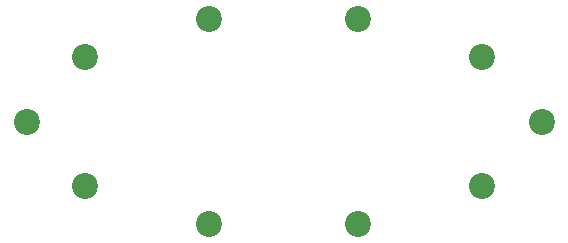
<source format=gts>
G04 #@! TF.GenerationSoftware,KiCad,Pcbnew,(5.1.12)-1*
G04 #@! TF.CreationDate,2022-03-26T22:23:47+08:00*
G04 #@! TF.ProjectId,Nozzle,4e6f7a7a-6c65-42e6-9b69-6361645f7063,0.5*
G04 #@! TF.SameCoordinates,Original*
G04 #@! TF.FileFunction,Soldermask,Top*
G04 #@! TF.FilePolarity,Negative*
%FSLAX46Y46*%
G04 Gerber Fmt 4.6, Leading zero omitted, Abs format (unit mm)*
G04 Created by KiCad (PCBNEW (5.1.12)-1) date 2022-03-26 22:23:47*
%MOMM*%
%LPD*%
G01*
G04 APERTURE LIST*
%ADD10C,2.200000*%
G04 APERTURE END LIST*
D10*
X159981900Y-119430800D03*
X116370100Y-119430800D03*
X144437100Y-128104900D03*
X121335800Y-124904500D03*
X154927300Y-113906300D03*
X144437100Y-110705900D03*
X121335800Y-113906300D03*
X131838700Y-110705900D03*
X131838700Y-128104900D03*
X154927300Y-124904500D03*
M02*

</source>
